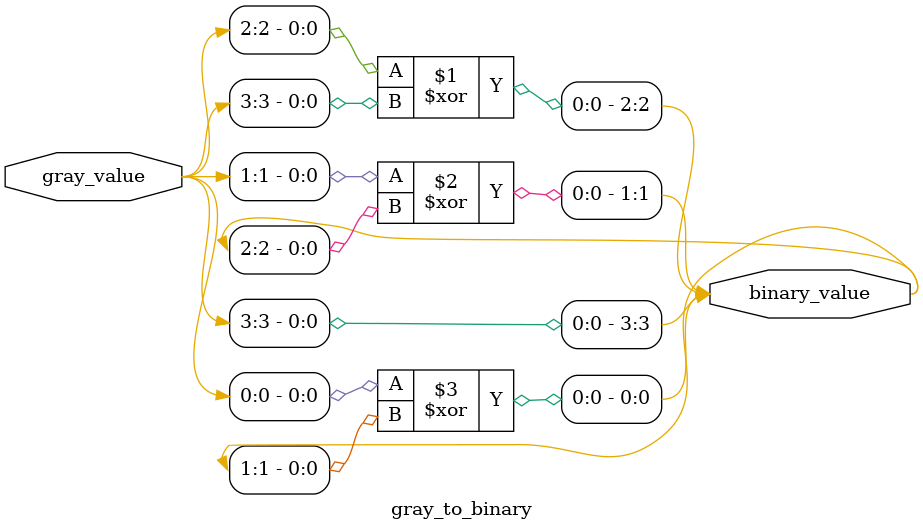
<source format=v>
module gray_to_binary #(parameter N = 4)(
  input       [N-1:0] gray_value, 
  output      [N-1:0] binary_value);

assign binary_value[N-1] = gray_value[N-1];
generate 
genvar i;
	for(i=N-2; i>=0; i=i-1) begin
		assign binary_value[i] = gray_value[i]^binary_value[i+1]; 
	end
endgenerate

endmodule
</source>
